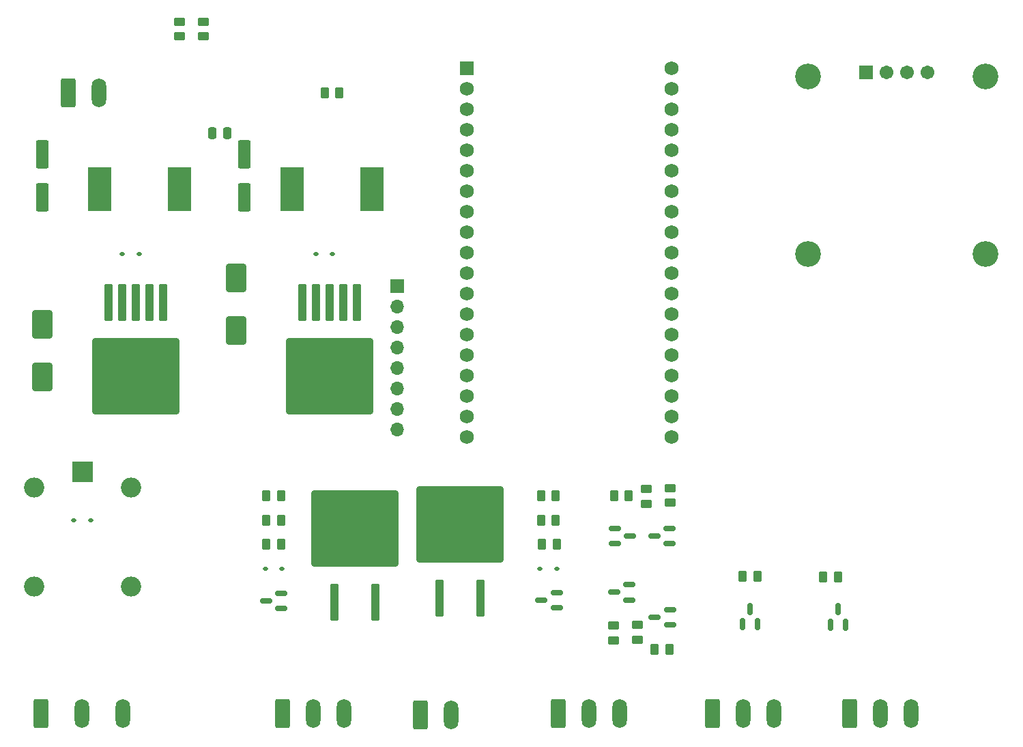
<source format=gbr>
%TF.GenerationSoftware,KiCad,Pcbnew,8.0.3*%
%TF.CreationDate,2024-07-13T16:10:20+00:00*%
%TF.ProjectId,jacuzzi,6a616375-7a7a-4692-9e6b-696361645f70,rev?*%
%TF.SameCoordinates,Original*%
%TF.FileFunction,Soldermask,Bot*%
%TF.FilePolarity,Negative*%
%FSLAX46Y46*%
G04 Gerber Fmt 4.6, Leading zero omitted, Abs format (unit mm)*
G04 Created by KiCad (PCBNEW 8.0.3) date 2024-07-13 16:10:20*
%MOMM*%
%LPD*%
G01*
G04 APERTURE LIST*
G04 Aperture macros list*
%AMRoundRect*
0 Rectangle with rounded corners*
0 $1 Rounding radius*
0 $2 $3 $4 $5 $6 $7 $8 $9 X,Y pos of 4 corners*
0 Add a 4 corners polygon primitive as box body*
4,1,4,$2,$3,$4,$5,$6,$7,$8,$9,$2,$3,0*
0 Add four circle primitives for the rounded corners*
1,1,$1+$1,$2,$3*
1,1,$1+$1,$4,$5*
1,1,$1+$1,$6,$7*
1,1,$1+$1,$8,$9*
0 Add four rect primitives between the rounded corners*
20,1,$1+$1,$2,$3,$4,$5,0*
20,1,$1+$1,$4,$5,$6,$7,0*
20,1,$1+$1,$6,$7,$8,$9,0*
20,1,$1+$1,$8,$9,$2,$3,0*%
G04 Aperture macros list end*
%ADD10R,2.500000X2.500000*%
%ADD11O,2.500000X2.500000*%
%ADD12RoundRect,0.250000X-0.650000X-1.550000X0.650000X-1.550000X0.650000X1.550000X-0.650000X1.550000X0*%
%ADD13O,1.800000X3.600000*%
%ADD14RoundRect,0.102000X-0.765000X-0.765000X0.765000X-0.765000X0.765000X0.765000X-0.765000X0.765000X0*%
%ADD15C,1.734000*%
%ADD16RoundRect,0.102000X-0.754000X-0.754000X0.754000X-0.754000X0.754000X0.754000X-0.754000X0.754000X0*%
%ADD17C,1.712000*%
%ADD18C,3.204000*%
%ADD19R,1.700000X1.700000*%
%ADD20O,1.700000X1.700000*%
%ADD21RoundRect,0.250000X-0.262500X-0.450000X0.262500X-0.450000X0.262500X0.450000X-0.262500X0.450000X0*%
%ADD22RoundRect,0.250000X0.450000X-0.262500X0.450000X0.262500X-0.450000X0.262500X-0.450000X-0.262500X0*%
%ADD23RoundRect,0.150000X0.587500X0.150000X-0.587500X0.150000X-0.587500X-0.150000X0.587500X-0.150000X0*%
%ADD24RoundRect,0.250000X0.300000X-2.050000X0.300000X2.050000X-0.300000X2.050000X-0.300000X-2.050000X0*%
%ADD25RoundRect,0.250002X5.149998X-4.449998X5.149998X4.449998X-5.149998X4.449998X-5.149998X-4.449998X0*%
%ADD26RoundRect,0.250000X-0.300000X2.050000X-0.300000X-2.050000X0.300000X-2.050000X0.300000X2.050000X0*%
%ADD27RoundRect,0.250002X-5.149998X4.449998X-5.149998X-4.449998X5.149998X-4.449998X5.149998X4.449998X0*%
%ADD28RoundRect,0.250000X0.262500X0.450000X-0.262500X0.450000X-0.262500X-0.450000X0.262500X-0.450000X0*%
%ADD29RoundRect,0.250000X-0.450000X0.262500X-0.450000X-0.262500X0.450000X-0.262500X0.450000X0.262500X0*%
%ADD30RoundRect,0.150000X-0.587500X-0.150000X0.587500X-0.150000X0.587500X0.150000X-0.587500X0.150000X0*%
%ADD31RoundRect,0.250000X-1.000000X1.500000X-1.000000X-1.500000X1.000000X-1.500000X1.000000X1.500000X0*%
%ADD32RoundRect,0.250000X0.550000X-1.500000X0.550000X1.500000X-0.550000X1.500000X-0.550000X-1.500000X0*%
%ADD33R,2.900000X5.400000*%
%ADD34RoundRect,0.112500X0.187500X0.112500X-0.187500X0.112500X-0.187500X-0.112500X0.187500X-0.112500X0*%
%ADD35RoundRect,0.112500X-0.187500X-0.112500X0.187500X-0.112500X0.187500X0.112500X-0.187500X0.112500X0*%
%ADD36RoundRect,0.150000X0.150000X-0.587500X0.150000X0.587500X-0.150000X0.587500X-0.150000X-0.587500X0*%
%ADD37RoundRect,0.250000X-0.250000X-0.475000X0.250000X-0.475000X0.250000X0.475000X-0.250000X0.475000X0*%
G04 APERTURE END LIST*
D10*
%TO.C,K1*%
X82810000Y-99500000D03*
D11*
X76810000Y-101500000D03*
X76810000Y-113700000D03*
X88810000Y-113700000D03*
X88810000Y-101500000D03*
%TD*%
D12*
%TO.C,J3*%
X77650000Y-129500000D03*
D13*
X82730000Y-129500000D03*
X87810000Y-129500000D03*
%TD*%
D14*
%TO.C,U3*%
X130410000Y-49500000D03*
D15*
X130410000Y-52040000D03*
X130410000Y-54580000D03*
X130410000Y-57120000D03*
X130410000Y-59660000D03*
X130410000Y-62200000D03*
X130410000Y-64740000D03*
X130410000Y-67280000D03*
X130410000Y-69820000D03*
X130410000Y-72360000D03*
X130410000Y-74900000D03*
X130410000Y-77440000D03*
X130410000Y-79980000D03*
X130410000Y-82520000D03*
X130410000Y-85060000D03*
X130410000Y-87600000D03*
X130410000Y-90140000D03*
X130410000Y-92680000D03*
X130410000Y-95220000D03*
X155810000Y-95220000D03*
X155810000Y-92680000D03*
X155810000Y-90140000D03*
X155810000Y-87600000D03*
X155810000Y-85060000D03*
X155810000Y-82520000D03*
X155810000Y-79980000D03*
X155810000Y-77440000D03*
X155810000Y-74900000D03*
X155810000Y-72360000D03*
X155810000Y-69820000D03*
X155810000Y-67280000D03*
X155810000Y-64740000D03*
X155810000Y-62200000D03*
X155810000Y-59660000D03*
X155810000Y-57120000D03*
X155810000Y-54580000D03*
X155810000Y-52040000D03*
X155810000Y-49500000D03*
%TD*%
D12*
%TO.C,J1*%
X107585000Y-129500000D03*
D13*
X111395000Y-129500000D03*
X115205000Y-129500000D03*
%TD*%
D12*
%TO.C,J5*%
X160965000Y-129500000D03*
D13*
X164775000Y-129500000D03*
X168585000Y-129500000D03*
%TD*%
D12*
%TO.C,J7*%
X124725000Y-129625000D03*
D13*
X128535000Y-129625000D03*
%TD*%
D16*
%TO.C,U4*%
X180000000Y-50000000D03*
D17*
X182540000Y-50000000D03*
X185080000Y-50000000D03*
X187620000Y-50000000D03*
D18*
X172810000Y-50500000D03*
X194810000Y-50500000D03*
X194810000Y-72500000D03*
X172810000Y-72500000D03*
%TD*%
D19*
%TO.C,J8*%
X121810000Y-76500000D03*
D20*
X121810000Y-79040000D03*
X121810000Y-81580000D03*
X121810000Y-84120000D03*
X121810000Y-86660000D03*
X121810000Y-89200000D03*
X121810000Y-91740000D03*
X121810000Y-94280000D03*
%TD*%
D12*
%TO.C,J6*%
X177965000Y-129500000D03*
D13*
X181775000Y-129500000D03*
X185585000Y-129500000D03*
%TD*%
D12*
%TO.C,J10*%
X81000000Y-52500000D03*
D13*
X84810000Y-52500000D03*
%TD*%
D12*
%TO.C,J2*%
X141775000Y-129500000D03*
D13*
X145585000Y-129500000D03*
X149395000Y-129500000D03*
%TD*%
D21*
%TO.C,R4*%
X139672500Y-105500000D03*
X141497500Y-105500000D03*
%TD*%
D22*
%TO.C,R23*%
X97810000Y-45500000D03*
X97810000Y-43675000D03*
%TD*%
%TO.C,R24*%
X94810000Y-45500000D03*
X94810000Y-43675000D03*
%TD*%
D23*
%TO.C,Q2*%
X155585000Y-106500000D03*
X155585000Y-108400000D03*
X153710000Y-107450000D03*
%TD*%
D24*
%TO.C,Q6*%
X132125000Y-115150000D03*
D25*
X129585000Y-106000000D03*
D24*
X127045000Y-115150000D03*
%TD*%
D21*
%TO.C,R8*%
X174672500Y-112562500D03*
X176497500Y-112562500D03*
%TD*%
D26*
%TO.C,U1*%
X110010000Y-78500000D03*
X111710000Y-78500000D03*
X113410000Y-78500000D03*
D27*
X113410000Y-87650000D03*
D26*
X115110000Y-78500000D03*
X116810000Y-78500000D03*
%TD*%
D28*
%TO.C,R3*%
X107410000Y-108500000D03*
X105585000Y-108500000D03*
%TD*%
D29*
%TO.C,R12*%
X148647500Y-118587500D03*
X148647500Y-120412500D03*
%TD*%
D30*
%TO.C,D12*%
X148835000Y-108400000D03*
X148835000Y-106500000D03*
X150710000Y-107450000D03*
%TD*%
D29*
%TO.C,R15*%
X155710000Y-101537500D03*
X155710000Y-103362500D03*
%TD*%
D31*
%TO.C,C2*%
X101810000Y-75500000D03*
X101810000Y-82000000D03*
%TD*%
D32*
%TO.C,C3*%
X102810000Y-65500000D03*
X102810000Y-60100000D03*
%TD*%
D28*
%TO.C,R11*%
X155560000Y-121500000D03*
X153735000Y-121500000D03*
%TD*%
D33*
%TO.C,L2*%
X84910000Y-64500000D03*
X94810000Y-64500000D03*
%TD*%
D28*
%TO.C,R2*%
X107410000Y-102500000D03*
X105585000Y-102500000D03*
%TD*%
D34*
%TO.C,D1*%
X107547500Y-111500000D03*
X105447500Y-111500000D03*
%TD*%
D35*
%TO.C,D21*%
X87710000Y-72500000D03*
X89810000Y-72500000D03*
%TD*%
%TO.C,D3*%
X139535000Y-111500000D03*
X141635000Y-111500000D03*
%TD*%
D23*
%TO.C,Q3*%
X107460000Y-114550000D03*
X107460000Y-116450000D03*
X105585000Y-115500000D03*
%TD*%
D28*
%TO.C,R1*%
X107410000Y-105500000D03*
X105585000Y-105500000D03*
%TD*%
%TO.C,R6*%
X141585000Y-108500000D03*
X139760000Y-108500000D03*
%TD*%
D21*
%TO.C,R14*%
X148710000Y-102450000D03*
X150535000Y-102450000D03*
%TD*%
D33*
%TO.C,L1*%
X108810000Y-64500000D03*
X118710000Y-64500000D03*
%TD*%
D26*
%TO.C,U2*%
X86010000Y-78500000D03*
X87710000Y-78500000D03*
X89410000Y-78500000D03*
D27*
X89410000Y-87650000D03*
D26*
X91110000Y-78500000D03*
X92810000Y-78500000D03*
%TD*%
D21*
%TO.C,R7*%
X164672500Y-112500000D03*
X166497500Y-112500000D03*
%TD*%
D23*
%TO.C,Q1*%
X150585000Y-113487500D03*
X150585000Y-115387500D03*
X148710000Y-114437500D03*
%TD*%
D36*
%TO.C,D6*%
X166535000Y-118375000D03*
X164635000Y-118375000D03*
X165585000Y-116500000D03*
%TD*%
D29*
%TO.C,R16*%
X152710000Y-101625000D03*
X152710000Y-103450000D03*
%TD*%
D23*
%TO.C,D10*%
X155647500Y-116600000D03*
X155647500Y-118500000D03*
X153772500Y-117550000D03*
%TD*%
D28*
%TO.C,R21*%
X114635000Y-52500000D03*
X112810000Y-52500000D03*
%TD*%
D23*
%TO.C,Q5*%
X141585000Y-114500000D03*
X141585000Y-116400000D03*
X139710000Y-115450000D03*
%TD*%
D35*
%TO.C,D20*%
X111710000Y-72500000D03*
X113810000Y-72500000D03*
%TD*%
D24*
%TO.C,Q4*%
X119125000Y-115650000D03*
D25*
X116585000Y-106500000D03*
D24*
X114045000Y-115650000D03*
%TD*%
D35*
%TO.C,D5*%
X81710000Y-105500000D03*
X83810000Y-105500000D03*
%TD*%
D31*
%TO.C,C4*%
X77810000Y-81250000D03*
X77810000Y-87750000D03*
%TD*%
D22*
%TO.C,R13*%
X151647500Y-120325000D03*
X151647500Y-118500000D03*
%TD*%
D21*
%TO.C,R5*%
X139672500Y-102500000D03*
X141497500Y-102500000D03*
%TD*%
D36*
%TO.C,D7*%
X177447500Y-118437500D03*
X175547500Y-118437500D03*
X176497500Y-116562500D03*
%TD*%
D32*
%TO.C,C5*%
X77810000Y-65500000D03*
X77810000Y-60100000D03*
%TD*%
D37*
%TO.C,C1*%
X98860000Y-57500000D03*
X100760000Y-57500000D03*
%TD*%
M02*

</source>
